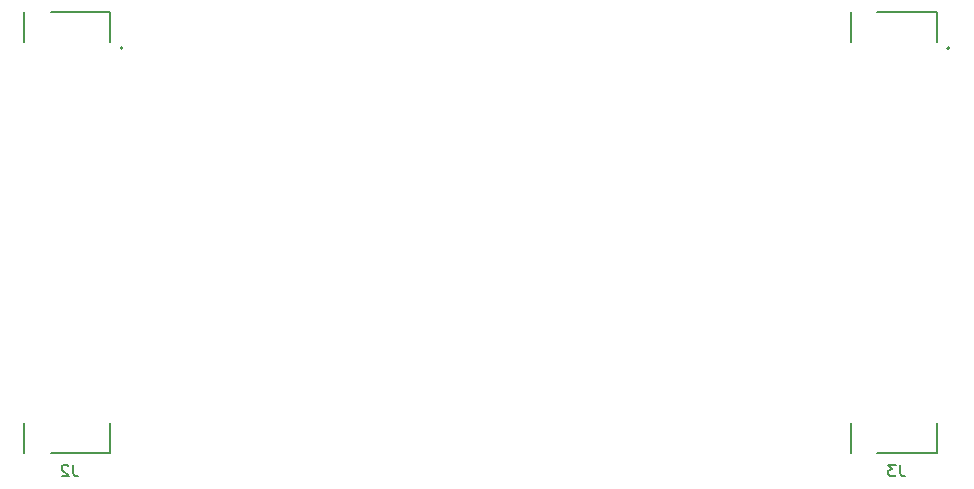
<source format=gbr>
G04 #@! TF.GenerationSoftware,KiCad,Pcbnew,9.0.0*
G04 #@! TF.CreationDate,2025-04-07T23:01:42+01:00*
G04 #@! TF.ProjectId,ephys-test-module-32,65706879-732d-4746-9573-742d6d6f6475,A*
G04 #@! TF.SameCoordinates,Original*
G04 #@! TF.FileFunction,Legend,Bot*
G04 #@! TF.FilePolarity,Positive*
%FSLAX46Y46*%
G04 Gerber Fmt 4.6, Leading zero omitted, Abs format (unit mm)*
G04 Created by KiCad (PCBNEW 9.0.0) date 2025-04-07 23:01:42*
%MOMM*%
%LPD*%
G01*
G04 APERTURE LIST*
%ADD10C,0.150000*%
%ADD11C,0.200000*%
G04 APERTURE END LIST*
D10*
X123533333Y-119654819D02*
X123533333Y-120369104D01*
X123533333Y-120369104D02*
X123580952Y-120511961D01*
X123580952Y-120511961D02*
X123676190Y-120607200D01*
X123676190Y-120607200D02*
X123819047Y-120654819D01*
X123819047Y-120654819D02*
X123914285Y-120654819D01*
X123104761Y-119750057D02*
X123057142Y-119702438D01*
X123057142Y-119702438D02*
X122961904Y-119654819D01*
X122961904Y-119654819D02*
X122723809Y-119654819D01*
X122723809Y-119654819D02*
X122628571Y-119702438D01*
X122628571Y-119702438D02*
X122580952Y-119750057D01*
X122580952Y-119750057D02*
X122533333Y-119845295D01*
X122533333Y-119845295D02*
X122533333Y-119940533D01*
X122533333Y-119940533D02*
X122580952Y-120083390D01*
X122580952Y-120083390D02*
X123152380Y-120654819D01*
X123152380Y-120654819D02*
X122533333Y-120654819D01*
X193533333Y-119654819D02*
X193533333Y-120369104D01*
X193533333Y-120369104D02*
X193580952Y-120511961D01*
X193580952Y-120511961D02*
X193676190Y-120607200D01*
X193676190Y-120607200D02*
X193819047Y-120654819D01*
X193819047Y-120654819D02*
X193914285Y-120654819D01*
X193152380Y-119654819D02*
X192533333Y-119654819D01*
X192533333Y-119654819D02*
X192866666Y-120035771D01*
X192866666Y-120035771D02*
X192723809Y-120035771D01*
X192723809Y-120035771D02*
X192628571Y-120083390D01*
X192628571Y-120083390D02*
X192580952Y-120131009D01*
X192580952Y-120131009D02*
X192533333Y-120226247D01*
X192533333Y-120226247D02*
X192533333Y-120464342D01*
X192533333Y-120464342D02*
X192580952Y-120559580D01*
X192580952Y-120559580D02*
X192628571Y-120607200D01*
X192628571Y-120607200D02*
X192723809Y-120654819D01*
X192723809Y-120654819D02*
X193009523Y-120654819D01*
X193009523Y-120654819D02*
X193104761Y-120607200D01*
X193104761Y-120607200D02*
X193152380Y-120559580D01*
D11*
G04 #@! TO.C,J2*
X119380500Y-81365000D02*
X119380500Y-83845000D01*
X119380500Y-118635000D02*
X119380500Y-116155000D01*
X121600000Y-81365000D02*
X126619500Y-81365000D01*
X121600000Y-118635000D02*
X126619500Y-118635000D01*
X126619500Y-81365000D02*
X126619500Y-83845000D01*
X126619500Y-118635000D02*
X126619500Y-116155000D01*
X127700000Y-84400000D02*
G75*
G02*
X127500000Y-84400000I-100000J0D01*
G01*
X127500000Y-84400000D02*
G75*
G02*
X127700000Y-84400000I100000J0D01*
G01*
G04 #@! TO.C,J3*
X189380500Y-81365000D02*
X189380500Y-83845000D01*
X189380500Y-118635000D02*
X189380500Y-116155000D01*
X191600000Y-81365000D02*
X196619500Y-81365000D01*
X191600000Y-118635000D02*
X196619500Y-118635000D01*
X196619500Y-81365000D02*
X196619500Y-83845000D01*
X196619500Y-118635000D02*
X196619500Y-116155000D01*
X197700000Y-84400000D02*
G75*
G02*
X197500000Y-84400000I-100000J0D01*
G01*
X197500000Y-84400000D02*
G75*
G02*
X197700000Y-84400000I100000J0D01*
G01*
G04 #@! TD*
M02*

</source>
